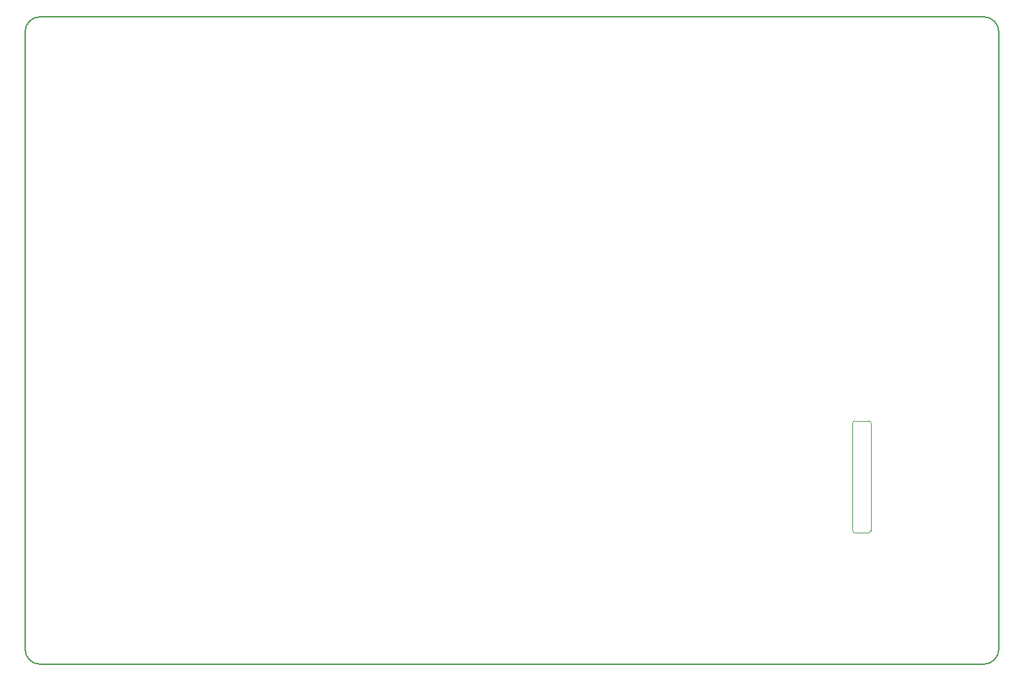
<source format=gbr>
%TF.GenerationSoftware,KiCad,Pcbnew,6.0.2+dfsg-1*%
%TF.CreationDate,2023-06-27T17:47:54-07:00*%
%TF.ProjectId,swirlComplete,73776972-6c43-46f6-9d70-6c6574652e6b,v1.0.0*%
%TF.SameCoordinates,Original*%
%TF.FileFunction,Profile,NP*%
%FSLAX46Y46*%
G04 Gerber Fmt 4.6, Leading zero omitted, Abs format (unit mm)*
G04 Created by KiCad (PCBNEW 6.0.2+dfsg-1) date 2023-06-27 17:47:54*
%MOMM*%
%LPD*%
G01*
G04 APERTURE LIST*
%TA.AperFunction,Profile*%
%ADD10C,0.150000*%
%TD*%
%TA.AperFunction,Profile*%
%ADD11C,0.050000*%
%TD*%
G04 APERTURE END LIST*
D10*
X118900000Y74500000D02*
G75*
G03*
X116900000Y76500000I-1999999J1D01*
G01*
X-6900000Y76500000D02*
G75*
G03*
X-8900000Y74500000I-1J-1999999D01*
G01*
X116900000Y76500000D02*
X-6900000Y76500000D01*
X118900000Y-6500000D02*
X118900000Y74500000D01*
X-6900000Y-8500000D02*
X116900000Y-8500000D01*
X-8900000Y-6500000D02*
G75*
G03*
X-6900000Y-8500000I1999999J-1D01*
G01*
X116900000Y-8500000D02*
G75*
G03*
X118900000Y-6500000I1J1999999D01*
G01*
X-8900000Y74500000D02*
X-8900000Y-6500000D01*
D11*
%TO.C,EN1*%
X99700000Y23148000D02*
X99700000Y9052000D01*
X101800000Y8752000D02*
X100000000Y8752000D01*
X102100000Y9048000D02*
X102100000Y23148000D01*
X101800000Y23448000D02*
X100000000Y23448000D01*
X100000000Y23448000D02*
G75*
G03*
X99700000Y23148000I0J-300000D01*
G01*
X101800000Y8752000D02*
G75*
G03*
X102100000Y9052000I0J300000D01*
G01*
X102100000Y23148000D02*
G75*
G03*
X101800000Y23448000I-300000J0D01*
G01*
X99700000Y9052000D02*
G75*
G03*
X100000000Y8752000I300000J0D01*
G01*
%TD*%
M02*

</source>
